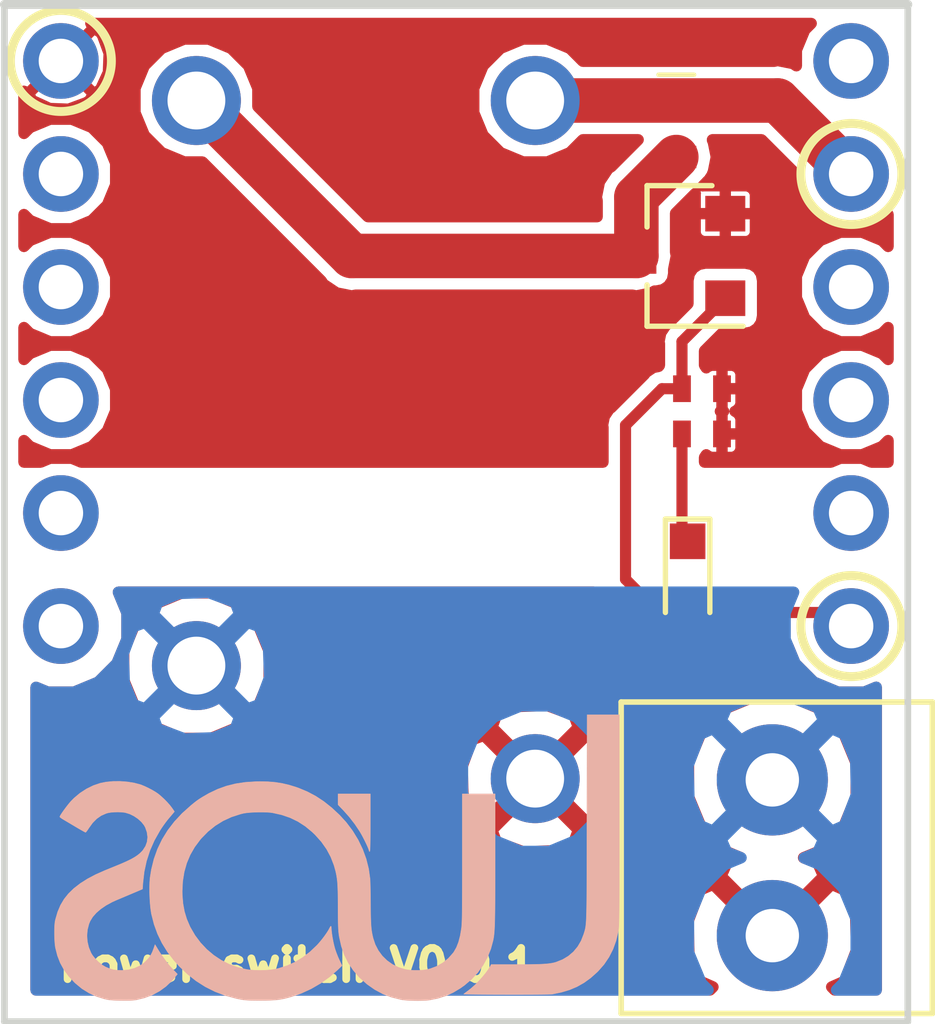
<source format=kicad_pcb>
(kicad_pcb (version 20171130) (host pcbnew "(5.0.1-3-g963ef8bb5)")

  (general
    (thickness 1.6)
    (drawings 8)
    (tracks 17)
    (zones 0)
    (modules 9)
    (nets 17)
  )

  (page A4)
  (layers
    (0 F.Cu signal)
    (31 B.Cu signal)
    (32 B.Adhes user hide)
    (33 F.Adhes user hide)
    (34 B.Paste user hide)
    (35 F.Paste user hide)
    (36 B.SilkS user)
    (37 F.SilkS user)
    (38 B.Mask user hide)
    (39 F.Mask user hide)
    (40 Dwgs.User user hide)
    (41 Cmts.User user hide)
    (42 Eco1.User user hide)
    (43 Eco2.User user hide)
    (44 Edge.Cuts user)
    (45 Margin user hide)
    (46 B.CrtYd user)
    (47 F.CrtYd user)
    (48 B.Fab user)
    (49 F.Fab user)
  )

  (setup
    (last_trace_width 0.25)
    (user_trace_width 1)
    (trace_clearance 0.2)
    (zone_clearance 0.254)
    (zone_45_only no)
    (trace_min 0.2)
    (segment_width 0.2)
    (edge_width 0.15)
    (via_size 0.8)
    (via_drill 0.4)
    (via_min_size 0.4)
    (via_min_drill 0.3)
    (uvia_size 0.3)
    (uvia_drill 0.1)
    (uvias_allowed no)
    (uvia_min_size 0.2)
    (uvia_min_drill 0.1)
    (pcb_text_width 0.3)
    (pcb_text_size 1.5 1.5)
    (mod_edge_width 0.15)
    (mod_text_size 1 1)
    (mod_text_width 0.15)
    (pad_size 1.524 1.524)
    (pad_drill 0.762)
    (pad_to_mask_clearance 0.2)
    (solder_mask_min_width 0.25)
    (aux_axis_origin 0 0)
    (grid_origin 136.962501 65.725001)
    (visible_elements FFFFFF7F)
    (pcbplotparams
      (layerselection 0x3d0ef_ffffffff)
      (usegerberextensions false)
      (usegerberattributes false)
      (usegerberadvancedattributes false)
      (creategerberjobfile false)
      (excludeedgelayer true)
      (linewidth 0.100000)
      (plotframeref false)
      (viasonmask false)
      (mode 1)
      (useauxorigin false)
      (hpglpennumber 1)
      (hpglpenspeed 20)
      (hpglpendiameter 15.000000)
      (psnegative false)
      (psa4output false)
      (plotreference true)
      (plotvalue true)
      (plotinvisibletext false)
      (padsonsilk false)
      (subtractmaskfromsilk false)
      (outputformat 1)
      (mirror false)
      (drillshape 0)
      (scaleselection 1)
      (outputdirectory "gerber/"))
  )

  (net 0 "")
  (net 1 "Net-(J1-Pad8)")
  (net 2 "Net-(J1-Pad11)")
  (net 3 "Net-(J1-Pad9)")
  (net 4 GND)
  (net 5 VCC)
  (net 6 +3V3)
  (net 7 "Net-(J1-Pad2)")
  (net 8 "Net-(J1-Pad3)")
  (net 9 "Net-(J1-Pad4)")
  (net 10 "Net-(D1-Pad1)")
  (net 11 "Net-(J1-Pad10)")
  (net 12 "Net-(J1-Pad12)")
  (net 13 "Net-(D1-Pad2)")
  (net 14 /-)
  (net 15 /+)
  (net 16 "Net-(D2-Pad2)")

  (net_class Default "Ceci est la Netclass par défaut."
    (clearance 0.2)
    (trace_width 0.25)
    (via_dia 0.8)
    (via_drill 0.4)
    (uvia_dia 0.3)
    (uvia_drill 0.1)
    (add_net +3V3)
    (add_net /+)
    (add_net /-)
    (add_net GND)
    (add_net "Net-(D1-Pad1)")
    (add_net "Net-(D1-Pad2)")
    (add_net "Net-(D2-Pad2)")
    (add_net "Net-(J1-Pad10)")
    (add_net "Net-(J1-Pad11)")
    (add_net "Net-(J1-Pad12)")
    (add_net "Net-(J1-Pad2)")
    (add_net "Net-(J1-Pad3)")
    (add_net "Net-(J1-Pad4)")
    (add_net "Net-(J1-Pad8)")
    (add_net "Net-(J1-Pad9)")
    (add_net VCC)
  )

  (net_class power ""
    (clearance 0.8)
    (trace_width 1)
    (via_dia 2.4)
    (via_drill 1.6)
    (uvia_dia 1.2)
    (uvia_drill 0.4)
    (diff_pair_gap 1)
    (diff_pair_width 0.8)
  )

  (module Common_Footprint:l0_Shield_Socket locked (layer F.Cu) (tedit 5E8B8D31) (tstamp 5A872E3F)
    (at 145.850001 72.075001)
    (path /5A86D26A)
    (fp_text reference J1 (at 0 0.5) (layer F.SilkS) hide
      (effects (font (size 1 1) (thickness 0.15)))
    )
    (fp_text value l0_Socket (at 0 -0.5) (layer F.Fab) hide
      (effects (font (size 1 1) (thickness 0.15)))
    )
    (pad 5 thru_hole circle (at 8.8875 -3.81 270) (size 1.7 1.7) (drill 1) (layers *.Cu *.Mask)
      (net 6 +3V3))
    (pad 6 thru_hole circle (at 8.8875 -6.35 270) (size 1.7 1.7) (drill 1) (layers *.Cu *.Mask)
      (net 5 VCC))
    (pad 2 thru_hole circle (at 8.8875 3.81 270) (size 1.7 1.7) (drill 1) (layers *.Cu *.Mask)
      (net 7 "Net-(J1-Pad2)"))
    (pad 4 thru_hole circle (at 8.8875 -1.27 270) (size 1.7 1.7) (drill 1) (layers *.Cu *.Mask)
      (net 9 "Net-(J1-Pad4)"))
    (pad 1 thru_hole circle (at 8.8875 6.35 270) (size 1.7 1.7) (drill 1) (layers *.Cu *.Mask)
      (net 10 "Net-(D1-Pad1)"))
    (pad 7 thru_hole circle (at -8.8875 -6.35 270) (size 1.7 1.7) (drill 1) (layers *.Cu *.Mask)
      (net 4 GND))
    (pad 11 thru_hole circle (at -8.8875 3.81 270) (size 1.7 1.7) (drill 1) (layers *.Cu *.Mask)
      (net 2 "Net-(J1-Pad11)"))
    (pad 9 thru_hole circle (at -8.8875 -1.27 270) (size 1.7 1.7) (drill 1) (layers *.Cu *.Mask)
      (net 3 "Net-(J1-Pad9)"))
    (pad 3 thru_hole circle (at 8.8875 1.27 270) (size 1.7 1.7) (drill 1) (layers *.Cu *.Mask)
      (net 8 "Net-(J1-Pad3)"))
    (pad 10 thru_hole circle (at -8.8875 1.27 270) (size 1.7 1.7) (drill 1) (layers *.Cu *.Mask)
      (net 11 "Net-(J1-Pad10)"))
    (pad 12 thru_hole circle (at -8.8875 6.35 270) (size 1.7 1.7) (drill 1) (layers *.Cu *.Mask)
      (net 12 "Net-(J1-Pad12)"))
    (pad 8 thru_hole circle (at -8.8875 -3.81 270) (size 1.7 1.7) (drill 1) (layers *.Cu *.Mask)
      (net 1 "Net-(J1-Pad8)"))
  )

  (module Common_Footprint:D_0603 (layer F.Cu) (tedit 5BEAADEE) (tstamp 5BEAEB92)
    (at 150.805501 67.134001 270)
    (descr "Resistor SMD 0603, reflow soldering, Vishay (see dcrcw.pdf)")
    (tags "resistor 0603")
    (path /5BEAAFFD)
    (attr smd)
    (fp_text reference D2 (at 0 -1.45 270) (layer F.SilkS) hide
      (effects (font (size 1 1) (thickness 0.15)))
    )
    (fp_text value D_Schottky (at 0 1.5 270) (layer F.Fab) hide
      (effects (font (size 1 1) (thickness 0.15)))
    )
    (fp_line (start -1.1 -0.4) (end -1.1 0.4) (layer F.SilkS) (width 0.1))
    (fp_line (start 1.25 0.7) (end -1.25 0.7) (layer F.CrtYd) (width 0.05))
    (fp_line (start 1.25 0.7) (end 1.25 -0.7) (layer F.CrtYd) (width 0.05))
    (fp_line (start -1.25 -0.7) (end -1.25 0.7) (layer F.CrtYd) (width 0.05))
    (fp_line (start -1.25 -0.7) (end 1.25 -0.7) (layer F.CrtYd) (width 0.05))
    (fp_line (start -0.8 -0.4) (end 0.8 -0.4) (layer F.Fab) (width 0.1))
    (fp_line (start 0.8 -0.4) (end 0.8 0.4) (layer F.Fab) (width 0.1))
    (fp_line (start 0.8 0.4) (end -0.8 0.4) (layer F.Fab) (width 0.1))
    (fp_line (start -0.8 0.4) (end -0.8 -0.4) (layer F.Fab) (width 0.1))
    (fp_text user %R (at 0 0 270) (layer F.Fab)
      (effects (font (size 0.4 0.4) (thickness 0.075)))
    )
    (pad 2 smd rect (at 0.75 0 270) (size 0.5 0.9) (layers F.Cu F.Paste F.Mask)
      (net 16 "Net-(D2-Pad2)"))
    (pad 1 smd rect (at -0.75 0 270) (size 0.5 0.9) (layers F.Cu F.Paste F.Mask)
      (net 6 +3V3))
    (model ${KISYS3DMOD}/0603_SMD_Resistor.step
      (at (xyz 0 0 0))
      (scale (xyz 1 1 1))
      (rotate (xyz 0 0 0))
    )
  )

  (module Common_Footprint:1776275-2 (layer F.Cu) (tedit 5B589473) (tstamp 5BEAA1BF)
    (at 152.964501 83.632001 90)
    (path /5BEA982D)
    (fp_text reference J2 (at 0 2 90) (layer F.SilkS) hide
      (effects (font (size 1 1) (thickness 0.15)))
    )
    (fp_text value Screw_Terminal_01x02-Connector_Specialized (at 0.2 -4.4 90) (layer F.Fab) hide
      (effects (font (size 1 1) (thickness 0.15)))
    )
    (fp_line (start -3.5 3.6) (end 3.5 3.6) (layer F.SilkS) (width 0.125))
    (fp_line (start 3.5 3.6) (end 3.5 -3.4) (layer F.SilkS) (width 0.125))
    (fp_line (start 3.5 -3.4) (end -3.5 -3.4) (layer F.SilkS) (width 0.125))
    (fp_line (start -3.5 -3.4) (end -3.5 3.6) (layer F.SilkS) (width 0.125))
    (pad 1 thru_hole circle (at -1.75 0 90) (size 2.5 2.5) (drill 1.2) (layers *.Cu *.Mask)
      (net 15 /+))
    (pad 2 thru_hole circle (at 1.75 0 270) (size 2.5 2.5) (drill 1.2) (layers *.Cu *.Mask)
      (net 14 /-))
    (model ${KISYS3DMOD}/c-1776275-2-a-3d.step
      (at (xyz 0 0 0))
      (scale (xyz 1 1 1))
      (rotate (xyz 0 0 0))
    )
  )

  (module Common_Footprint:LED_0603 (layer F.Cu) (tedit 5C6D3D4B) (tstamp 5BEAA1B5)
    (at 151.059501 77.320001 270)
    (descr "LED 0603 smd package")
    (tags "LED led 0603 SMD smd SMT smt smdled SMDLED smtled SMTLED")
    (path /5BEADE9F)
    (attr smd)
    (fp_text reference D1 (at 2.4765 -0.0635 270) (layer F.Fab) hide
      (effects (font (size 1 1) (thickness 0.15)))
    )
    (fp_text value LED (at 0 1.35 270) (layer F.Fab)
      (effects (font (size 1 1) (thickness 0.15)))
    )
    (fp_line (start -1.3 -0.5) (end -1.3 0.5) (layer F.SilkS) (width 0.12))
    (fp_line (start -0.2 -0.2) (end -0.2 0.2) (layer F.Fab) (width 0.1))
    (fp_line (start -0.15 0) (end 0.15 -0.2) (layer F.Fab) (width 0.1))
    (fp_line (start 0.15 0.2) (end -0.15 0) (layer F.Fab) (width 0.1))
    (fp_line (start 0.15 -0.2) (end 0.15 0.2) (layer F.Fab) (width 0.1))
    (fp_line (start 0.8 0.4) (end -0.8 0.4) (layer F.Fab) (width 0.1))
    (fp_line (start 0.8 -0.4) (end 0.8 0.4) (layer F.Fab) (width 0.1))
    (fp_line (start -0.8 -0.4) (end 0.8 -0.4) (layer F.Fab) (width 0.1))
    (fp_line (start -0.8 0.4) (end -0.8 -0.4) (layer F.Fab) (width 0.1))
    (fp_line (start -1.3 0.5) (end 0.8 0.5) (layer F.SilkS) (width 0.12))
    (fp_line (start -1.3 -0.5) (end 0.8 -0.5) (layer F.SilkS) (width 0.12))
    (fp_line (start 1.45 -0.65) (end 1.45 0.65) (layer F.CrtYd) (width 0.05))
    (fp_line (start 1.45 0.65) (end -1.45 0.65) (layer F.CrtYd) (width 0.05))
    (fp_line (start -1.45 0.65) (end -1.45 -0.65) (layer F.CrtYd) (width 0.05))
    (fp_line (start -1.45 -0.65) (end 1.45 -0.65) (layer F.CrtYd) (width 0.05))
    (pad 2 smd rect (at 0.8 0 90) (size 0.8 0.8) (layers F.Cu F.Paste F.Mask)
      (net 13 "Net-(D1-Pad2)"))
    (pad 1 smd rect (at -0.8 0 90) (size 0.8 0.8) (layers F.Cu F.Paste F.Mask)
      (net 10 "Net-(D1-Pad1)"))
    (model "${KISYS3DMOD}/LED SMD0603.step"
      (offset (xyz 0.6 0 0))
      (scale (xyz 1 1 1))
      (rotate (xyz 0 0 90))
    )
  )

  (module Common_Footprint:OJE-SS-103HM,000 (layer F.Cu) (tedit 5BE9CCE8) (tstamp 5BEAA192)
    (at 140.010501 66.614001 270)
    (path /5BEA3053)
    (fp_text reference U1 (at 7.62 -3.81 270) (layer F.Fab)
      (effects (font (size 1 1) (thickness 0.15)))
    )
    (fp_text value RelayNO (at 7.62 -9.525 270) (layer F.Fab) hide
      (effects (font (size 1 1) (thickness 0.15)))
    )
    (fp_line (start -1.27 -8.89) (end -1.27 1.27) (layer F.Fab) (width 0.1))
    (fp_line (start 17.145 -8.89) (end -1.27 -8.89) (layer F.Fab) (width 0.1))
    (fp_line (start 17.145 1.27) (end 17.145 -8.89) (layer F.Fab) (width 0.1))
    (fp_line (start -1.27 1.27) (end 17.145 1.27) (layer F.Fab) (width 0.1))
    (fp_line (start -1.27 -8.89) (end -1.27 1.27) (layer F.CrtYd) (width 0.1))
    (fp_line (start 17.145 -8.89) (end -1.27 -8.89) (layer F.CrtYd) (width 0.1))
    (fp_line (start 17.145 1.27) (end 17.145 -8.89) (layer F.CrtYd) (width 0.1))
    (fp_line (start -1.27 1.27) (end 17.145 1.27) (layer F.CrtYd) (width 0.1))
    (pad 4 thru_hole circle (at 0 -7.62 270) (size 2 2) (drill 1.3) (layers *.Cu *.Mask)
      (net 6 +3V3))
    (pad 3 thru_hole circle (at 15.24 -7.62 270) (size 2 2) (drill 1.3) (layers *.Cu *.Mask)
      (net 15 /+))
    (pad 2 thru_hole circle (at 12.7 0 270) (size 2 2) (drill 1.3) (layers *.Cu *.Mask)
      (net 14 /-))
    (pad 1 thru_hole circle (at 0 0 270) (size 2 2) (drill 1.3) (layers *.Cu *.Mask)
      (net 16 "Net-(D2-Pad2)"))
    (model ${KISYS3DMOD}/OJE-SS-103HM.stp
      (offset (xyz 7.8 3.75 0.2))
      (scale (xyz 1 1 1))
      (rotate (xyz 180 0 0))
    )
  )

  (module Common_Footprint:R_0402_NoSilk (layer F.Cu) (tedit 5E8B6747) (tstamp 5BEAA7FA)
    (at 151.382501 73.091001)
    (descr "Resistor SMD 0402, reflow soldering, Vishay (see dcrcw.pdf)")
    (tags "resistor 0402")
    (path /5BEA5FA1)
    (attr smd)
    (fp_text reference R2 (at 0 -1.2) (layer F.Fab) hide
      (effects (font (size 0.5 0.5) (thickness 0.125)))
    )
    (fp_text value 10K (at 0 1.25) (layer F.Fab) hide
      (effects (font (size 1 1) (thickness 0.15)))
    )
    (fp_line (start 0.8 0.45) (end -0.8 0.45) (layer F.CrtYd) (width 0.05))
    (fp_line (start 0.8 0.45) (end 0.8 -0.45) (layer F.CrtYd) (width 0.05))
    (fp_line (start -0.8 -0.45) (end -0.8 0.45) (layer F.CrtYd) (width 0.05))
    (fp_line (start -0.8 -0.45) (end 0.8 -0.45) (layer F.CrtYd) (width 0.05))
    (fp_line (start -0.5 -0.25) (end 0.5 -0.25) (layer F.Fab) (width 0.1))
    (fp_line (start 0.5 -0.25) (end 0.5 0.25) (layer F.Fab) (width 0.1))
    (fp_line (start 0.5 0.25) (end -0.5 0.25) (layer F.Fab) (width 0.1))
    (fp_line (start -0.5 0.25) (end -0.5 -0.25) (layer F.Fab) (width 0.1))
    (pad 2 smd rect (at 0.45 0) (size 0.4 0.6) (layers F.Cu F.Paste F.Mask)
      (net 4 GND))
    (pad 1 smd rect (at -0.45 0) (size 0.4 0.6) (layers F.Cu F.Paste F.Mask)
      (net 10 "Net-(D1-Pad1)"))
    (model "${KISYS3DMOD}/0402 SMD Resistor.step"
      (at (xyz 0 0 0))
      (scale (xyz 1 1 1))
      (rotate (xyz 0 0 90))
    )
  )

  (module Common_Footprint:R_0402_NoSilk (layer F.Cu) (tedit 5E8B6747) (tstamp 5ABD2654)
    (at 151.382501 74.107001)
    (descr "Resistor SMD 0402, reflow soldering, Vishay (see dcrcw.pdf)")
    (tags "resistor 0402")
    (path /5BEAE1F5)
    (attr smd)
    (fp_text reference R1 (at 2.001238 0.238176) (layer F.Fab) hide
      (effects (font (size 1 1) (thickness 0.15)))
    )
    (fp_text value 82R (at 0 1.25) (layer F.Fab) hide
      (effects (font (size 1 1) (thickness 0.15)))
    )
    (fp_line (start 0.8 0.45) (end -0.8 0.45) (layer F.CrtYd) (width 0.05))
    (fp_line (start 0.8 0.45) (end 0.8 -0.45) (layer F.CrtYd) (width 0.05))
    (fp_line (start -0.8 -0.45) (end -0.8 0.45) (layer F.CrtYd) (width 0.05))
    (fp_line (start -0.8 -0.45) (end 0.8 -0.45) (layer F.CrtYd) (width 0.05))
    (fp_line (start -0.5 -0.25) (end 0.5 -0.25) (layer F.Fab) (width 0.1))
    (fp_line (start 0.5 -0.25) (end 0.5 0.25) (layer F.Fab) (width 0.1))
    (fp_line (start 0.5 0.25) (end -0.5 0.25) (layer F.Fab) (width 0.1))
    (fp_line (start -0.5 0.25) (end -0.5 -0.25) (layer F.Fab) (width 0.1))
    (pad 2 smd rect (at 0.45 0) (size 0.4 0.6) (layers F.Cu F.Paste F.Mask)
      (net 4 GND))
    (pad 1 smd rect (at -0.45 0) (size 0.4 0.6) (layers F.Cu F.Paste F.Mask)
      (net 13 "Net-(D1-Pad2)"))
    (model "${KISYS3DMOD}/0402 SMD Resistor.step"
      (at (xyz 0 0 0))
      (scale (xyz 1 1 1))
      (rotate (xyz 0 0 90))
    )
  )

  (module Common_Footprint:SOT-23 (layer F.Cu) (tedit 5AB3C0F4) (tstamp 5BEAAFED)
    (at 151.186501 70.297001 180)
    (path /5ABD1C92)
    (fp_text reference Q1 (at -0.127 0.127 180) (layer F.SilkS) hide
      (effects (font (size 1 1) (thickness 0.15)))
    )
    (fp_text value PMV25ENEA (at 0.1 -3.6 180) (layer F.Fab) hide
      (effects (font (size 1 1) (thickness 0.15)))
    )
    (fp_line (start -0.42 -0.76) (end -0.42 1.69) (layer F.Fab) (width 0.1))
    (fp_line (start 0.13 -1.33) (end 0.98 -1.33) (layer F.Fab) (width 0.1))
    (fp_line (start 1.04 1.77) (end -0.42 1.77) (layer F.SilkS) (width 0.12))
    (fp_line (start 1.04 -1.39) (end -1.12 -1.39) (layer F.SilkS) (width 0.12))
    (fp_line (start -1.42 1.94) (end -1.42 -1.56) (layer F.CrtYd) (width 0.05))
    (fp_line (start 1.98 1.94) (end -1.42 1.94) (layer F.CrtYd) (width 0.05))
    (fp_line (start 1.98 -1.56) (end 1.98 1.94) (layer F.CrtYd) (width 0.05))
    (fp_line (start -1.42 -1.56) (end 1.98 -1.56) (layer F.CrtYd) (width 0.05))
    (fp_line (start 1.04 -1.39) (end 1.04 -0.46) (layer F.SilkS) (width 0.12))
    (fp_line (start 1.04 1.77) (end 1.04 0.84) (layer F.SilkS) (width 0.12))
    (fp_line (start -0.42 1.71) (end 0.98 1.71) (layer F.Fab) (width 0.1))
    (fp_line (start 0.98 -1.33) (end 0.98 1.71) (layer F.Fab) (width 0.1))
    (fp_line (start -0.42 -0.76) (end 0.13 -1.33) (layer F.Fab) (width 0.1))
    (fp_text user %R (at 0.28 0.19 -90) (layer F.Fab)
      (effects (font (size 0.5 0.5) (thickness 0.075)))
    )
    (pad 3 smd rect (at 1.28 0.19 180) (size 0.9 0.8) (layers F.Cu F.Paste F.Mask)
      (net 16 "Net-(D2-Pad2)"))
    (pad 2 smd rect (at -0.72 1.14 180) (size 0.9 0.8) (layers F.Cu F.Paste F.Mask)
      (net 4 GND))
    (pad 1 smd rect (at -0.72 -0.76 180) (size 0.9 0.8) (layers F.Cu F.Paste F.Mask)
      (net 10 "Net-(D1-Pad1)"))
    (model ${KISYS3DMOD}/SOT-23.step
      (offset (xyz 0.25 -0.15 0.5))
      (scale (xyz 1 1 1))
      (rotate (xyz -90 0 -90))
    )
  )

  (module Common_Footprint:Luos_logo (layer B.Cu) (tedit 5B9B947A) (tstamp 5BEAED96)
    (at 142.804501 83.632001 180)
    (fp_text reference "" (at 0 0 180) (layer B.SilkS) hide
      (effects (font (size 1.524 1.524) (thickness 0.3)) (justify mirror))
    )
    (fp_text value "" (at 0.75 0 180) (layer B.SilkS) hide
      (effects (font (size 1.524 1.524) (thickness 0.3)) (justify mirror))
    )
    (fp_poly (pts (xy -0.3937 1.190556) (xy -0.515682 1.063469) (xy -0.646801 0.916102) (xy -0.770563 0.756235)
      (xy -0.87912 0.59407) (xy -0.888375 0.578885) (xy -0.921354 0.521666) (xy -0.957124 0.455255)
      (xy -0.993092 0.384963) (xy -1.02666 0.316101) (xy -1.055232 0.253981) (xy -1.076213 0.203913)
      (xy -1.086417 0.173716) (xy -1.093033 0.150862) (xy -1.098683 0.139971) (xy -1.103436 0.142406)
      (xy -1.107363 0.159532) (xy -1.110533 0.192712) (xy -1.113017 0.24331) (xy -1.114885 0.31269)
      (xy -1.116207 0.402215) (xy -1.117053 0.51325) (xy -1.117493 0.647157) (xy -1.1176 0.780301)
      (xy -1.1176 1.4351) (xy -0.3937 1.4351) (xy -0.3937 1.190556)) (layer B.SilkS) (width 0.01))
    (fp_poly (pts (xy -5.991204 0.904876) (xy -5.990731 0.615337) (xy -5.9903 0.350043) (xy -5.989877 0.107834)
      (xy -5.989431 -0.112445) (xy -5.988928 -0.311951) (xy -5.988338 -0.491841) (xy -5.987626 -0.653272)
      (xy -5.986761 -0.7974) (xy -5.985711 -0.925383) (xy -5.984442 -1.038377) (xy -5.982922 -1.137538)
      (xy -5.98112 -1.224025) (xy -5.979002 -1.298992) (xy -5.976535 -1.363598) (xy -5.973689 -1.418998)
      (xy -5.97043 -1.466351) (xy -5.966725 -1.506811) (xy -5.962543 -1.541537) (xy -5.95785 -1.571685)
      (xy -5.952615 -1.598412) (xy -5.946805 -1.622874) (xy -5.940387 -1.646229) (xy -5.93333 -1.669632)
      (xy -5.9256 -1.694242) (xy -5.917597 -1.719815) (xy -5.859637 -1.867488) (xy -5.782368 -1.999008)
      (xy -5.686658 -2.113504) (xy -5.573373 -2.210104) (xy -5.44338 -2.287936) (xy -5.297547 -2.34613)
      (xy -5.293005 -2.347542) (xy -5.249811 -2.359463) (xy -5.202224 -2.369539) (xy -5.147894 -2.377909)
      (xy -5.084469 -2.384711) (xy -5.0096 -2.390081) (xy -4.920934 -2.394159) (xy -4.816123 -2.397082)
      (xy -4.692815 -2.398988) (xy -4.548659 -2.400014) (xy -4.393181 -2.4003) (xy -3.836053 -2.4003)
      (xy -3.81589 -2.43929) (xy -3.772216 -2.511725) (xy -3.712167 -2.594145) (xy -3.640042 -2.68178)
      (xy -3.560141 -2.769859) (xy -3.476761 -2.853612) (xy -3.394203 -2.928267) (xy -3.3274 -2.981364)
      (xy -3.284256 -3.013269) (xy -3.248433 -3.040174) (xy -3.225235 -3.058079) (xy -3.220085 -3.062352)
      (xy -3.23077 -3.063788) (xy -3.264532 -3.065114) (xy -3.319047 -3.066327) (xy -3.391992 -3.067424)
      (xy -3.481045 -3.068401) (xy -3.583882 -3.069257) (xy -3.69818 -3.069988) (xy -3.821615 -3.070591)
      (xy -3.951866 -3.071063) (xy -4.086608 -3.071402) (xy -4.223518 -3.071604) (xy -4.360274 -3.071666)
      (xy -4.494551 -3.071586) (xy -4.624028 -3.071361) (xy -4.746381 -3.070988) (xy -4.859287 -3.070463)
      (xy -4.960422 -3.069784) (xy -5.047464 -3.068949) (xy -5.118089 -3.067953) (xy -5.169974 -3.066794)
      (xy -5.200797 -3.06547) (xy -5.207 -3.064848) (xy -5.41071 -3.023882) (xy -5.59588 -2.96851)
      (xy -5.765992 -2.89699) (xy -5.924524 -2.80758) (xy -6.074956 -2.698539) (xy -6.220767 -2.568125)
      (xy -6.24269 -2.546376) (xy -6.375093 -2.395596) (xy -6.486748 -2.230445) (xy -6.577229 -2.051785)
      (xy -6.646111 -1.860483) (xy -6.692969 -1.657401) (xy -6.699093 -1.61925) (xy -6.701461 -1.600838)
      (xy -6.703629 -1.577792) (xy -6.705606 -1.549016) (xy -6.707402 -1.513413) (xy -6.709023 -1.469887)
      (xy -6.710479 -1.41734) (xy -6.711777 -1.354677) (xy -6.712928 -1.280801) (xy -6.713938 -1.194615)
      (xy -6.714817 -1.095023) (xy -6.715572 -0.980928) (xy -6.716213 -0.851234) (xy -6.716747 -0.704844)
      (xy -6.717184 -0.540662) (xy -6.717532 -0.35759) (xy -6.717799 -0.154533) (xy -6.717993 0.069606)
      (xy -6.718123 0.315924) (xy -6.718198 0.585517) (xy -6.718226 0.860425) (xy -6.7183 3.2131)
      (xy -6.356679 3.213101) (xy -5.995058 3.213101) (xy -5.991204 0.904876)) (layer B.SilkS) (width 0.01))
    (fp_poly (pts (xy 4.671245 1.716286) (xy 4.823697 1.701936) (xy 4.955046 1.675878) (xy 5.112537 1.622409)
      (xy 5.266868 1.546597) (xy 5.413163 1.451438) (xy 5.546547 1.339932) (xy 5.615056 1.270067)
      (xy 5.653045 1.226104) (xy 5.695097 1.17391) (xy 5.738239 1.117611) (xy 5.7795 1.061334)
      (xy 5.815906 1.009204) (xy 5.844485 0.965348) (xy 5.862265 0.93389) (xy 5.866726 0.92075)
      (xy 5.856588 0.908041) (xy 5.830301 0.88788) (xy 5.800364 0.868778) (xy 5.768377 0.849826)
      (xy 5.719293 0.820733) (xy 5.657863 0.784315) (xy 5.588838 0.74339) (xy 5.516969 0.700773)
      (xy 5.516514 0.700503) (xy 5.449397 0.661045) (xy 5.389467 0.626462) (xy 5.34023 0.598725)
      (xy 5.305191 0.579804) (xy 5.287857 0.571669) (xy 5.286956 0.5715) (xy 5.275309 0.581556)
      (xy 5.254145 0.608503) (xy 5.227112 0.647511) (xy 5.212601 0.669925) (xy 5.128756 0.785387)
      (xy 5.037832 0.877313) (xy 4.938221 0.94697) (xy 4.828315 0.995625) (xy 4.782056 1.009248)
      (xy 4.720744 1.020019) (xy 4.643528 1.026383) (xy 4.559545 1.028212) (xy 4.477928 1.025377)
      (xy 4.407812 1.017748) (xy 4.39165 1.014769) (xy 4.294386 0.984959) (xy 4.198458 0.937921)
      (xy 4.109059 0.877498) (xy 4.031379 0.807536) (xy 3.970613 0.731879) (xy 3.943231 0.682759)
      (xy 3.904798 0.572381) (xy 3.891098 0.464412) (xy 3.901941 0.360296) (xy 3.937136 0.261481)
      (xy 3.996492 0.169411) (xy 4.013614 0.149261) (xy 4.0612 0.101257) (xy 4.117082 0.055759)
      (xy 4.184113 0.011126) (xy 4.265145 -0.034282) (xy 4.36303 -0.082106) (xy 4.480622 -0.133987)
      (xy 4.572 -0.171893) (xy 4.641943 -0.200358) (xy 4.723397 -0.233525) (xy 4.804352 -0.266504)
      (xy 4.8514 -0.285678) (xy 5.058641 -0.37737) (xy 5.242493 -0.47413) (xy 5.40463 -0.576927)
      (xy 5.546731 -0.686731) (xy 5.5499 -0.689451) (xy 5.669809 -0.805263) (xy 5.769304 -0.929722)
      (xy 5.850242 -1.06604) (xy 5.914485 -1.217429) (xy 5.96389 -1.387102) (xy 5.970518 -1.41605)
      (xy 5.978953 -1.472427) (xy 5.984471 -1.547731) (xy 5.987133 -1.635662) (xy 5.986999 -1.729922)
      (xy 5.984132 -1.824212) (xy 5.978593 -1.912233) (xy 5.970442 -1.987686) (xy 5.964624 -2.022791)
      (xy 5.919574 -2.200074) (xy 5.856386 -2.362985) (xy 5.773341 -2.514572) (xy 5.668717 -2.657879)
      (xy 5.540795 -2.795955) (xy 5.513308 -2.822232) (xy 5.366675 -2.942665) (xy 5.205829 -3.04208)
      (xy 5.030995 -3.120354) (xy 4.87045 -3.170456) (xy 4.821158 -3.182294) (xy 4.775533 -3.191103)
      (xy 4.728014 -3.197433) (xy 4.673038 -3.201834) (xy 4.605042 -3.204855) (xy 4.518463 -3.207047)
      (xy 4.4958 -3.207483) (xy 4.374712 -3.208484) (xy 4.276921 -3.206505) (xy 4.200488 -3.201477)
      (xy 4.1529 -3.19512) (xy 3.961898 -3.149359) (xy 3.784933 -3.082602) (xy 3.622294 -2.995015)
      (xy 3.474274 -2.886765) (xy 3.341162 -2.758018) (xy 3.295373 -2.704761) (xy 3.222545 -2.615744)
      (xy 3.290532 -2.542947) (xy 3.323603 -2.507737) (xy 3.349936 -2.480074) (xy 3.364774 -2.464945)
      (xy 3.366017 -2.4638) (xy 3.387812 -2.440998) (xy 3.420322 -2.401568) (xy 3.460207 -2.350036)
      (xy 3.504129 -2.290933) (xy 3.548749 -2.228786) (xy 3.590728 -2.168123) (xy 3.626726 -2.113474)
      (xy 3.639894 -2.092362) (xy 3.725227 -1.952354) (xy 3.75273 -2.033452) (xy 3.781857 -2.111479)
      (xy 3.812366 -2.174302) (xy 3.849427 -2.231833) (xy 3.871308 -2.260793) (xy 3.960967 -2.354901)
      (xy 4.06643 -2.429646) (xy 4.186401 -2.484449) (xy 4.319587 -2.518728) (xy 4.46469 -2.531905)
      (xy 4.47675 -2.53203) (xy 4.577046 -2.528831) (xy 4.662982 -2.516761) (xy 4.744699 -2.493642)
      (xy 4.83234 -2.457297) (xy 4.8387 -2.454323) (xy 4.916205 -2.408484) (xy 4.995414 -2.345336)
      (xy 5.069483 -2.27149) (xy 5.131564 -2.193554) (xy 5.164305 -2.13995) (xy 5.215916 -2.01593)
      (xy 5.246664 -1.884104) (xy 5.25641 -1.749164) (xy 5.245016 -1.615804) (xy 5.212344 -1.488718)
      (xy 5.185386 -1.423471) (xy 5.128301 -1.329959) (xy 5.048062 -1.238544) (xy 4.946916 -1.15103)
      (xy 4.827108 -1.069219) (xy 4.690883 -0.994913) (xy 4.600564 -0.953991) (xy 4.548193 -0.931922)
      (xy 4.478864 -0.902663) (xy 4.399004 -0.868928) (xy 4.315044 -0.833434) (xy 4.2418 -0.802446)
      (xy 4.00685 -0.703005) (xy 3.997749 -0.567599) (xy 3.968789 -0.31509) (xy 3.916301 -0.071787)
      (xy 3.839976 0.163226) (xy 3.739505 0.390869) (xy 3.614579 0.612057) (xy 3.583482 0.6604)
      (xy 3.541028 0.722616) (xy 3.494462 0.78711) (xy 3.4501 0.845309) (xy 3.421112 0.880793)
      (xy 3.383678 0.924588) (xy 3.349153 0.965248) (xy 3.323388 0.995874) (xy 3.317731 1.002693)
      (xy 3.289013 1.037551) (xy 3.33985 1.112501) (xy 3.38862 1.176502) (xy 3.452109 1.24829)
      (xy 3.524011 1.321402) (xy 3.598018 1.389377) (xy 3.6576 1.438084) (xy 3.71524 1.47724)
      (xy 3.789037 1.520521) (xy 3.871104 1.563852) (xy 3.953558 1.603159) (xy 4.028514 1.634369)
      (xy 4.056994 1.644455) (xy 4.197005 1.6813) (xy 4.350791 1.70572) (xy 4.51124 1.717465)
      (xy 4.671245 1.716286)) (layer B.SilkS) (width 0.01))
    (fp_poly (pts (xy 1.459355 1.710961) (xy 1.693227 1.695943) (xy 1.91159 1.663242) (xy 2.118146 1.611787)
      (xy 2.3166 1.540508) (xy 2.510655 1.448334) (xy 2.654424 1.365535) (xy 2.706714 1.332845)
      (xy 2.749014 1.305101) (xy 2.787654 1.27769) (xy 2.828963 1.245999) (xy 2.879273 1.205418)
      (xy 2.918909 1.172821) (xy 3.115553 0.996369) (xy 3.288496 0.811037) (xy 3.438005 0.616352)
      (xy 3.564346 0.411844) (xy 3.667788 0.19704) (xy 3.748595 -0.028532) (xy 3.807036 -0.265343)
      (xy 3.836164 -0.449105) (xy 3.844282 -0.544875) (xy 3.84792 -0.658059) (xy 3.847346 -0.781856)
      (xy 3.842829 -0.909462) (xy 3.834637 -1.034076) (xy 3.823038 -1.148893) (xy 3.8083 -1.247113)
      (xy 3.803797 -1.27) (xy 3.745137 -1.497981) (xy 3.667018 -1.712584) (xy 3.568212 -1.916106)
      (xy 3.447492 -2.110844) (xy 3.303632 -2.299095) (xy 3.18103 -2.43613) (xy 2.996877 -2.612792)
      (xy 2.801743 -2.766727) (xy 2.594892 -2.898339) (xy 2.375587 -3.008033) (xy 2.143091 -3.096212)
      (xy 1.896667 -3.163281) (xy 1.8288 -3.177594) (xy 1.77976 -3.186821) (xy 1.734336 -3.193886)
      (xy 1.687988 -3.19907) (xy 1.636179 -3.202654) (xy 1.574371 -3.204918) (xy 1.498024 -3.206143)
      (xy 1.402602 -3.206608) (xy 1.3589 -3.206645) (xy 1.232376 -3.205922) (xy 1.126097 -3.20332)
      (xy 1.034937 -3.198233) (xy 0.953775 -3.190059) (xy 0.877485 -3.178194) (xy 0.800943 -3.162034)
      (xy 0.719027 -3.140976) (xy 0.6604 -3.124354) (xy 0.432995 -3.045385) (xy 0.211401 -2.943189)
      (xy -0.000798 -2.81984) (xy -0.200021 -2.677414) (xy -0.376718 -2.523727) (xy -0.480385 -2.424326)
      (xy -0.418808 -2.294838) (xy -0.38779 -2.224612) (xy -0.356347 -2.145106) (xy -0.329412 -2.069105)
      (xy -0.319462 -2.037379) (xy -0.299725 -1.962645) (xy -0.281014 -1.877636) (xy -0.264578 -1.789552)
      (xy -0.251667 -1.705595) (xy -0.243531 -1.632966) (xy -0.2413 -1.587115) (xy -0.238463 -1.550531)
      (xy -0.230242 -1.538528) (xy -0.217072 -1.55128) (xy -0.206065 -1.572926) (xy -0.178105 -1.625781)
      (xy -0.136427 -1.691378) (xy -0.085027 -1.764252) (xy -0.027901 -1.838943) (xy 0.030955 -1.909986)
      (xy 0.080187 -1.964292) (xy 0.23843 -2.115007) (xy 0.402531 -2.241637) (xy 0.574179 -2.345153)
      (xy 0.755066 -2.426525) (xy 0.946883 -2.486725) (xy 1.019382 -2.503494) (xy 1.119425 -2.519198)
      (xy 1.235972 -2.528706) (xy 1.360873 -2.531936) (xy 1.485978 -2.528805) (xy 1.603137 -2.51923)
      (xy 1.667724 -2.510103) (xy 1.865892 -2.463702) (xy 2.056143 -2.39401) (xy 2.236687 -2.302387)
      (xy 2.405736 -2.190193) (xy 2.561498 -2.058786) (xy 2.702183 -1.909527) (xy 2.826002 -1.743775)
      (xy 2.931164 -1.56289) (xy 2.941063 -1.54305) (xy 3.011761 -1.378189) (xy 3.063128 -1.209059)
      (xy 3.096142 -1.031168) (xy 3.111776 -0.840021) (xy 3.113402 -0.7493) (xy 3.102328 -0.528183)
      (xy 3.06888 -0.318929) (xy 3.012884 -0.121056) (xy 2.934165 0.065916) (xy 2.832551 0.242466)
      (xy 2.707865 0.409076) (xy 2.682868 0.43815) (xy 2.533048 0.590665) (xy 2.37041 0.721263)
      (xy 2.194765 0.830058) (xy 2.005925 0.917162) (xy 1.8037 0.982686) (xy 1.7399 0.998265)
      (xy 1.676007 1.008925) (xy 1.59327 1.017113) (xy 1.498134 1.022704) (xy 1.397045 1.025577)
      (xy 1.296449 1.025609) (xy 1.202793 1.022676) (xy 1.122522 1.016656) (xy 1.0795 1.010845)
      (xy 0.874847 0.965058) (xy 0.686026 0.900411) (xy 0.510507 0.815596) (xy 0.345762 0.709308)
      (xy 0.189266 0.58024) (xy 0.122819 0.516349) (xy -0.017876 0.359072) (xy -0.135068 0.192933)
      (xy -0.229516 0.016593) (xy -0.301977 -0.17129) (xy -0.336714 -0.296328) (xy -0.349574 -0.35302)
      (xy -0.360283 -0.408156) (xy -0.369044 -0.464765) (xy -0.376055 -0.525877) (xy -0.381517 -0.594522)
      (xy -0.385632 -0.673729) (xy -0.3886 -0.766529) (xy -0.390621 -0.875951) (xy -0.391897 -1.005025)
      (xy -0.392571 -1.139879) (xy -0.393157 -1.268919) (xy -0.394027 -1.37583) (xy -0.395324 -1.463879)
      (xy -0.397188 -1.536338) (xy -0.399761 -1.596474) (xy -0.403185 -1.647559) (xy -0.4076 -1.692861)
      (xy -0.413148 -1.735651) (xy -0.419971 -1.779196) (xy -0.420311 -1.781229) (xy -0.466673 -1.988444)
      (xy -0.534016 -2.181417) (xy -0.62248 -2.360426) (xy -0.732206 -2.52575) (xy -0.863335 -2.677666)
      (xy -0.883334 -2.697806) (xy -1.045524 -2.84174) (xy -1.217976 -2.962446) (xy -1.400777 -3.059969)
      (xy -1.594014 -3.134354) (xy -1.797775 -3.185645) (xy -1.847472 -3.194397) (xy -1.910536 -3.201766)
      (xy -1.991856 -3.207092) (xy -2.084461 -3.210318) (xy -2.18138 -3.211385) (xy -2.275643 -3.210238)
      (xy -2.36028 -3.206818) (xy -2.42832 -3.201069) (xy -2.441749 -3.199286) (xy -2.63265 -3.161496)
      (xy -2.810621 -3.105104) (xy -2.980084 -3.028243) (xy -3.145458 -2.929046) (xy -3.237736 -2.863189)
      (xy -3.395924 -2.728585) (xy -3.535094 -2.577978) (xy -3.654219 -2.412973) (xy -3.752276 -2.235176)
      (xy -3.82824 -2.046191) (xy -3.878649 -1.859472) (xy -3.885384 -1.825455) (xy -3.891429 -1.790185)
      (xy -3.89682 -1.752183) (xy -3.901595 -1.709972) (xy -3.90579 -1.662074) (xy -3.909441 -1.607009)
      (xy -3.912586 -1.543302) (xy -3.915262 -1.469472) (xy -3.917504 -1.384043) (xy -3.919349 -1.285536)
      (xy -3.920835 -1.172473) (xy -3.921998 -1.043376) (xy -3.922874 -0.896767) (xy -3.923501 -0.731168)
      (xy -3.923914 -0.5451) (xy -3.924152 -0.337087) (xy -3.924249 -0.105649) (xy -3.924257 -0.022225)
      (xy -3.9243 1.4351) (xy -3.1877 1.4351) (xy -3.1877 0.001166) (xy -3.187663 -0.22546)
      (xy -3.187539 -0.428192) (xy -3.187308 -0.608534) (xy -3.186952 -0.767993) (xy -3.18645 -0.908073)
      (xy -3.185785 -1.03028) (xy -3.184936 -1.136119) (xy -3.183885 -1.227096) (xy -3.182612 -1.304716)
      (xy -3.181098 -1.370484) (xy -3.179324 -1.425905) (xy -3.177271 -1.472486) (xy -3.174919 -1.511731)
      (xy -3.17225 -1.545146) (xy -3.169243 -1.574236) (xy -3.167402 -1.589221) (xy -3.13994 -1.753134)
      (xy -3.102783 -1.89476) (xy -3.055465 -2.015477) (xy -2.99752 -2.116663) (xy -2.98065 -2.13995)
      (xy -2.87434 -2.259887) (xy -2.753964 -2.358678) (xy -2.619678 -2.436225) (xy -2.471635 -2.492426)
      (xy -2.40665 -2.509355) (xy -2.314473 -2.524241) (xy -2.207643 -2.531605) (xy -2.095769 -2.531447)
      (xy -1.988456 -2.523767) (xy -1.89865 -2.50932) (xy -1.751192 -2.463929) (xy -1.615432 -2.396989)
      (xy -1.493303 -2.310374) (xy -1.386734 -2.205955) (xy -1.297654 -2.085604) (xy -1.227996 -1.951195)
      (xy -1.182092 -1.814264) (xy -1.168102 -1.756605) (xy -1.156582 -1.701925) (xy -1.147276 -1.646893)
      (xy -1.139925 -1.588178) (xy -1.134273 -1.522448) (xy -1.130063 -1.446371) (xy -1.127038 -1.356618)
      (xy -1.124941 -1.249856) (xy -1.123515 -1.122753) (xy -1.122955 -1.04775) (xy -1.122004 -0.936002)
      (xy -1.120685 -0.828074) (xy -1.119071 -0.727627) (xy -1.117237 -0.638322) (xy -1.115257 -0.563817)
      (xy -1.113205 -0.507774) (xy -1.111367 -0.47625) (xy -1.079852 -0.249897) (xy -1.023919 -0.026659)
      (xy -0.944525 0.19146) (xy -0.842628 0.402458) (xy -0.719186 0.604329) (xy -0.575155 0.795071)
      (xy -0.425837 0.958449) (xy -0.249782 1.12267) (xy -0.072568 1.26358) (xy 0.10894 1.383191)
      (xy 0.29788 1.483515) (xy 0.497388 1.566562) (xy 0.55245 1.585937) (xy 0.710683 1.634545)
      (xy 0.864455 1.670642) (xy 1.020059 1.695096) (xy 1.183794 1.708774) (xy 1.361953 1.712545)
      (xy 1.459355 1.710961)) (layer B.SilkS) (width 0.01))
  )

  (gr_line (start 135.692501 64.455001) (end 156.012501 64.455001) (layer Edge.Cuts) (width 0.2))
  (gr_circle (center 154.742501 68.265001) (end 153.726501 68.773001) (layer F.SilkS) (width 0.2))
  (gr_line (start 135.692501 87.315001) (end 135.692501 64.455001) (layer Edge.Cuts) (width 0.15))
  (gr_line (start 156.012501 87.315001) (end 135.692501 87.315001) (layer Edge.Cuts) (width 0.15))
  (gr_line (start 156.012501 64.455001) (end 156.012501 87.315001) (layer Edge.Cuts) (width 0.15))
  (gr_text "Power switch V0.0.1" (at 142.296501 86.045001) (layer F.SilkS)
    (effects (font (size 0.7 0.7) (thickness 0.175)))
  )
  (gr_circle (center 154.742501 78.425001) (end 153.726501 78.933001) (layer F.SilkS) (width 0.2))
  (gr_circle (center 136.962501 65.725001) (end 137.978501 66.233001) (layer F.SilkS) (width 0.2))

  (segment (start 153.086501 66.614001) (end 147.630501 66.614001) (width 1) (layer F.Cu) (net 6))
  (segment (start 154.737501 68.265001) (end 153.086501 66.614001) (width 1) (layer F.Cu) (net 6))
  (segment (start 150.932501 72.031001) (end 150.932501 73.091001) (width 0.25) (layer F.Cu) (net 10))
  (segment (start 151.906501 71.057001) (end 150.932501 72.031001) (width 0.25) (layer F.Cu) (net 10))
  (segment (start 154.432501 78.120001) (end 154.737501 78.425001) (width 0.25) (layer F.Cu) (net 10))
  (segment (start 151.059501 78.120001) (end 154.432501 78.120001) (width 0.25) (layer F.Cu) (net 10))
  (segment (start 150.409501 78.120001) (end 151.059501 78.120001) (width 0.25) (layer F.Cu) (net 10))
  (segment (start 149.662501 77.373001) (end 150.409501 78.120001) (width 0.25) (layer F.Cu) (net 10))
  (segment (start 150.482501 73.091001) (end 149.662501 73.911001) (width 0.25) (layer F.Cu) (net 10))
  (segment (start 149.662501 73.911001) (end 149.662501 77.373001) (width 0.25) (layer F.Cu) (net 10))
  (segment (start 150.932501 73.091001) (end 150.482501 73.091001) (width 0.25) (layer F.Cu) (net 10))
  (segment (start 150.932501 76.393001) (end 151.059501 76.520001) (width 0.25) (layer F.Cu) (net 13))
  (segment (start 150.932501 74.107001) (end 150.932501 76.393001) (width 0.25) (layer F.Cu) (net 13))
  (segment (start 143.503501 70.107001) (end 140.010501 66.614001) (width 1) (layer F.Cu) (net 16))
  (segment (start 149.906501 70.107001) (end 143.503501 70.107001) (width 1) (layer F.Cu) (net 16))
  (segment (start 149.906501 68.783001) (end 150.805501 67.884001) (width 1) (layer F.Cu) (net 16))
  (segment (start 149.906501 70.107001) (end 149.906501 68.783001) (width 1) (layer F.Cu) (net 16))

  (zone (net 4) (net_name GND) (layer B.Cu) (tstamp 5BEAC6E8) (hatch edge 0.508)
    (connect_pads (clearance 0.3))
    (min_thickness 0.127)
    (fill yes (arc_segments 16) (thermal_gap 0.508) (thermal_bridge_width 0.508))
    (polygon
      (pts
        (xy 155.956 64.516) (xy 156.012501 74.869001) (xy 135.692501 74.869001) (xy 135.636 64.516)
      )
    )
  )
  (zone (net 4) (net_name GND) (layer F.Cu) (tstamp 5BEAC6E5) (hatch edge 0.508)
    (connect_pads (clearance 0.254))
    (min_thickness 0.254)
    (fill yes (arc_segments 16) (thermal_gap 0.1) (thermal_bridge_width 0.255))
    (polygon
      (pts
        (xy 155.956 64.516) (xy 156.012501 74.869001) (xy 135.692501 74.869001) (xy 135.636 64.516)
      )
    )
    (filled_polygon
      (pts
        (xy 153.693909 65.027695) (xy 153.506501 65.48014) (xy 153.506501 65.835067) (xy 153.43025 65.784118) (xy 153.173268 65.733001)
        (xy 153.173264 65.733001) (xy 153.086501 65.715743) (xy 152.999738 65.733001) (xy 148.702529 65.733001) (xy 148.412774 65.443246)
        (xy 147.905199 65.233001) (xy 147.355803 65.233001) (xy 146.848228 65.443246) (xy 146.459746 65.831728) (xy 146.249501 66.339303)
        (xy 146.249501 66.888699) (xy 146.459746 67.396274) (xy 146.848228 67.784756) (xy 147.355803 67.995001) (xy 147.905199 67.995001)
        (xy 148.412774 67.784756) (xy 148.702529 67.495001) (xy 149.948579 67.495001) (xy 149.344894 68.098687) (xy 149.271337 68.147836)
        (xy 149.222187 68.221394) (xy 149.076618 68.439253) (xy 149.008243 68.783001) (xy 149.025502 68.869768) (xy 149.025502 69.226001)
        (xy 143.868423 69.226001) (xy 141.391501 66.74908) (xy 141.391501 66.339303) (xy 141.181256 65.831728) (xy 140.792774 65.443246)
        (xy 140.285199 65.233001) (xy 139.735803 65.233001) (xy 139.228228 65.443246) (xy 138.839746 65.831728) (xy 138.629501 66.339303)
        (xy 138.629501 66.888699) (xy 138.839746 67.396274) (xy 139.228228 67.784756) (xy 139.735803 67.995001) (xy 140.14558 67.995001)
        (xy 142.819186 70.668608) (xy 142.868336 70.742166) (xy 143.159752 70.936884) (xy 143.416734 70.988001) (xy 143.416738 70.988001)
        (xy 143.503501 71.005259) (xy 143.590264 70.988001) (xy 149.819734 70.988001) (xy 149.906501 71.00526) (xy 149.993268 70.988001)
        (xy 150.25025 70.936884) (xy 150.312238 70.895465) (xy 150.356501 70.895465) (xy 150.50516 70.865895) (xy 150.631187 70.781687)
        (xy 150.715395 70.65566) (xy 150.744965 70.507001) (xy 150.744965 70.40761) (xy 150.80476 70.107001) (xy 150.787501 70.020234)
        (xy 150.787501 69.214251) (xy 151.229501 69.214251) (xy 151.229501 69.602154) (xy 151.26406 69.685586) (xy 151.327916 69.749442)
        (xy 151.411348 69.784001) (xy 151.849251 69.784001) (xy 151.906001 69.727251) (xy 151.906001 69.157501) (xy 151.907001 69.157501)
        (xy 151.907001 69.727251) (xy 151.963751 69.784001) (xy 152.401654 69.784001) (xy 152.485086 69.749442) (xy 152.548942 69.685586)
        (xy 152.583501 69.602154) (xy 152.583501 69.214251) (xy 152.526751 69.157501) (xy 151.907001 69.157501) (xy 151.906001 69.157501)
        (xy 151.286251 69.157501) (xy 151.229501 69.214251) (xy 150.787501 69.214251) (xy 150.787501 69.147922) (xy 151.233691 68.701733)
        (xy 151.229501 68.711848) (xy 151.229501 69.099751) (xy 151.286251 69.156501) (xy 151.906001 69.156501) (xy 151.906001 68.586751)
        (xy 151.907001 68.586751) (xy 151.907001 69.156501) (xy 152.526751 69.156501) (xy 152.583501 69.099751) (xy 152.583501 68.711848)
        (xy 152.548942 68.628416) (xy 152.485086 68.56456) (xy 152.401654 68.530001) (xy 151.963751 68.530001) (xy 151.907001 68.586751)
        (xy 151.906001 68.586751) (xy 151.849251 68.530001) (xy 151.411348 68.530001) (xy 151.401233 68.534191) (xy 151.489815 68.445609)
        (xy 151.501821 68.42764) (xy 151.530187 68.408687) (xy 151.614395 68.28266) (xy 151.62105 68.249202) (xy 151.635384 68.22775)
        (xy 151.703759 67.884001) (xy 151.635384 67.540253) (xy 151.62105 67.518801) (xy 151.616316 67.495001) (xy 152.72158 67.495001)
        (xy 153.506501 68.279923) (xy 153.506501 68.509862) (xy 153.693909 68.962307) (xy 154.040195 69.308593) (xy 154.49264 69.496001)
        (xy 154.982362 69.496001) (xy 155.434807 69.308593) (xy 155.569001 69.174399) (xy 155.569001 69.895603) (xy 155.434807 69.761409)
        (xy 154.982362 69.574001) (xy 154.49264 69.574001) (xy 154.040195 69.761409) (xy 153.693909 70.107695) (xy 153.506501 70.56014)
        (xy 153.506501 71.049862) (xy 153.693909 71.502307) (xy 154.040195 71.848593) (xy 154.49264 72.036001) (xy 154.982362 72.036001)
        (xy 155.434807 71.848593) (xy 155.569002 71.714398) (xy 155.569002 72.435604) (xy 155.434807 72.301409) (xy 154.982362 72.114001)
        (xy 154.49264 72.114001) (xy 154.040195 72.301409) (xy 153.693909 72.647695) (xy 153.506501 73.10014) (xy 153.506501 73.589862)
        (xy 153.693909 74.042307) (xy 154.040195 74.388593) (xy 154.49264 74.576001) (xy 154.982362 74.576001) (xy 155.434807 74.388593)
        (xy 155.569002 74.254398) (xy 155.569002 74.742001) (xy 155.194814 74.742001) (xy 154.982362 74.654001) (xy 154.49264 74.654001)
        (xy 154.280188 74.742001) (xy 151.438501 74.742001) (xy 151.438501 74.634822) (xy 151.478874 74.5744) (xy 151.503916 74.599442)
        (xy 151.587348 74.634001) (xy 151.775251 74.634001) (xy 151.832001 74.577251) (xy 151.832001 74.107501) (xy 151.833001 74.107501)
        (xy 151.833001 74.577251) (xy 151.889751 74.634001) (xy 152.077654 74.634001) (xy 152.161086 74.599442) (xy 152.224942 74.535586)
        (xy 152.259501 74.452154) (xy 152.259501 74.164251) (xy 152.202751 74.107501) (xy 151.833001 74.107501) (xy 151.832001 74.107501)
        (xy 151.812001 74.107501) (xy 151.812001 74.106501) (xy 151.832001 74.106501) (xy 151.832001 73.636751) (xy 151.794251 73.599001)
        (xy 151.832001 73.561251) (xy 151.832001 73.091501) (xy 151.833001 73.091501) (xy 151.833001 73.561251) (xy 151.870751 73.599001)
        (xy 151.833001 73.636751) (xy 151.833001 74.106501) (xy 152.202751 74.106501) (xy 152.259501 74.049751) (xy 152.259501 73.761848)
        (xy 152.224942 73.678416) (xy 152.161086 73.61456) (xy 152.123524 73.599001) (xy 152.161086 73.583442) (xy 152.224942 73.519586)
        (xy 152.259501 73.436154) (xy 152.259501 73.148251) (xy 152.202751 73.091501) (xy 151.833001 73.091501) (xy 151.832001 73.091501)
        (xy 151.812001 73.091501) (xy 151.812001 73.090501) (xy 151.832001 73.090501) (xy 151.832001 72.620751) (xy 151.833001 72.620751)
        (xy 151.833001 73.090501) (xy 152.202751 73.090501) (xy 152.259501 73.033751) (xy 152.259501 72.745848) (xy 152.224942 72.662416)
        (xy 152.161086 72.59856) (xy 152.077654 72.564001) (xy 151.889751 72.564001) (xy 151.833001 72.620751) (xy 151.832001 72.620751)
        (xy 151.775251 72.564001) (xy 151.587348 72.564001) (xy 151.503916 72.59856) (xy 151.478874 72.623602) (xy 151.438501 72.56318)
        (xy 151.438501 72.240592) (xy 151.833629 71.845465) (xy 152.356501 71.845465) (xy 152.50516 71.815895) (xy 152.631187 71.731687)
        (xy 152.715395 71.60566) (xy 152.744965 71.457001) (xy 152.744965 70.657001) (xy 152.715395 70.508342) (xy 152.631187 70.382315)
        (xy 152.50516 70.298107) (xy 152.356501 70.268537) (xy 151.456501 70.268537) (xy 151.307842 70.298107) (xy 151.181815 70.382315)
        (xy 151.097607 70.508342) (xy 151.068037 70.657001) (xy 151.068037 71.179873) (xy 150.609948 71.637963) (xy 150.567695 71.666195)
        (xy 150.45586 71.833571) (xy 150.427015 71.978581) (xy 150.416588 72.031001) (xy 150.426501 72.080836) (xy 150.426502 72.563179)
        (xy 150.408741 72.58976) (xy 150.28507 72.61436) (xy 150.117695 72.726195) (xy 150.089464 72.768446) (xy 149.339948 73.517963)
        (xy 149.297695 73.546195) (xy 149.18586 73.713571) (xy 149.157015 73.858581) (xy 149.146588 73.911001) (xy 149.156501 73.960835)
        (xy 149.156501 74.742001) (xy 137.419814 74.742001) (xy 137.207362 74.654001) (xy 136.71764 74.654001) (xy 136.505188 74.742001)
        (xy 136.131001 74.742001) (xy 136.131001 74.254399) (xy 136.265195 74.388593) (xy 136.71764 74.576001) (xy 137.207362 74.576001)
        (xy 137.659807 74.388593) (xy 138.006093 74.042307) (xy 138.193501 73.589862) (xy 138.193501 73.10014) (xy 138.006093 72.647695)
        (xy 137.659807 72.301409) (xy 137.207362 72.114001) (xy 136.71764 72.114001) (xy 136.265195 72.301409) (xy 136.131001 72.435603)
        (xy 136.131001 71.714399) (xy 136.265195 71.848593) (xy 136.71764 72.036001) (xy 137.207362 72.036001) (xy 137.659807 71.848593)
        (xy 138.006093 71.502307) (xy 138.193501 71.049862) (xy 138.193501 70.56014) (xy 138.006093 70.107695) (xy 137.659807 69.761409)
        (xy 137.207362 69.574001) (xy 136.71764 69.574001) (xy 136.265195 69.761409) (xy 136.131001 69.895603) (xy 136.131001 69.174399)
        (xy 136.265195 69.308593) (xy 136.71764 69.496001) (xy 137.207362 69.496001) (xy 137.659807 69.308593) (xy 138.006093 68.962307)
        (xy 138.193501 68.509862) (xy 138.193501 68.02014) (xy 138.006093 67.567695) (xy 137.659807 67.221409) (xy 137.207362 67.034001)
        (xy 136.71764 67.034001) (xy 136.265195 67.221409) (xy 136.131001 67.355603) (xy 136.131001 66.40426) (xy 136.225802 66.460993)
        (xy 136.380712 66.306083) (xy 136.381419 66.30679) (xy 136.226509 66.4617) (xy 136.317459 66.613677) (xy 136.706641 66.792876)
        (xy 137.134776 66.809503) (xy 137.536683 66.661024) (xy 137.607543 66.613677) (xy 137.698493 66.4617) (xy 137.541083 66.30429)
        (xy 137.54179 66.303583) (xy 137.6992 66.460993) (xy 137.851177 66.370043) (xy 138.030376 65.980861) (xy 138.047003 65.552726)
        (xy 137.898524 65.150819) (xy 137.851177 65.079959) (xy 137.6992 64.989009) (xy 137.56179 65.126419) (xy 137.561083 65.125712)
        (xy 137.698493 64.988302) (xy 137.634279 64.881001) (xy 153.840603 64.881001)
      )
    )
  )
  (zone (net 15) (net_name /+) (layer F.Cu) (tstamp 5BEAC6E2) (hatch edge 0.508)
    (connect_pads (clearance 0.508))
    (min_thickness 0.254)
    (fill yes (arc_segments 16) (thermal_gap 0.508) (thermal_bridge_width 0.508))
    (polygon
      (pts
        (xy 135.692501 77.536001) (xy 156.012501 77.536001) (xy 156.012501 87.315001) (xy 135.692501 87.315001)
      )
    )
    (filled_polygon
      (pts
        (xy 148.946598 77.669538) (xy 149.027821 77.791096) (xy 149.114573 77.92093) (xy 149.178029 77.96333) (xy 149.819171 78.604473)
        (xy 149.861572 78.66793) (xy 150.101961 78.828553) (xy 150.201692 78.97781) (xy 150.411736 79.118158) (xy 150.659501 79.167441)
        (xy 151.459501 79.167441) (xy 151.707266 79.118158) (xy 151.91731 78.97781) (xy 151.982664 78.880001) (xy 153.318616 78.880001)
        (xy 153.478579 79.266186) (xy 153.896316 79.683923) (xy 154.442116 79.910001) (xy 155.032886 79.910001) (xy 155.302501 79.798323)
        (xy 155.302502 86.605001) (xy 154.367109 86.605001) (xy 154.297823 86.535715) (xy 154.590624 86.406468) (xy 154.858889 85.706195)
        (xy 154.838751 84.956566) (xy 154.590624 84.357534) (xy 154.297821 84.228286) (xy 153.144106 85.382001) (xy 153.158249 85.396144)
        (xy 152.978644 85.575749) (xy 152.964501 85.561606) (xy 152.950359 85.575749) (xy 152.770754 85.396144) (xy 152.784896 85.382001)
        (xy 151.631181 84.228286) (xy 151.338378 84.357534) (xy 151.070113 85.057807) (xy 151.090251 85.807436) (xy 151.338378 86.406468)
        (xy 151.631179 86.535715) (xy 151.561893 86.605001) (xy 136.402501 86.605001) (xy 136.402501 83.006533) (xy 146.657574 83.006533)
        (xy 146.756237 83.273388) (xy 147.365962 83.499909) (xy 148.015961 83.475857) (xy 148.504765 83.273388) (xy 148.603428 83.006533)
        (xy 147.630501 82.033606) (xy 146.657574 83.006533) (xy 136.402501 83.006533) (xy 136.402501 81.589462) (xy 145.984593 81.589462)
        (xy 146.008645 82.239461) (xy 146.211114 82.728265) (xy 146.477969 82.826928) (xy 147.450896 81.854001) (xy 147.810106 81.854001)
        (xy 148.783033 82.826928) (xy 149.049888 82.728265) (xy 149.276409 82.11854) (xy 149.253782 81.507051) (xy 151.079501 81.507051)
        (xy 151.079501 82.256951) (xy 151.366475 82.949768) (xy 151.896734 83.480027) (xy 152.251366 83.62692) (xy 151.940034 83.755878)
        (xy 151.810786 84.048681) (xy 152.964501 85.202396) (xy 154.118216 84.048681) (xy 153.988968 83.755878) (xy 153.665482 83.631955)
        (xy 154.032268 83.480027) (xy 154.562527 82.949768) (xy 154.849501 82.256951) (xy 154.849501 81.507051) (xy 154.562527 80.814234)
        (xy 154.032268 80.283975) (xy 153.339451 79.997001) (xy 152.589551 79.997001) (xy 151.896734 80.283975) (xy 151.366475 80.814234)
        (xy 151.079501 81.507051) (xy 149.253782 81.507051) (xy 149.252357 81.468541) (xy 149.049888 80.979737) (xy 148.783033 80.881074)
        (xy 147.810106 81.854001) (xy 147.450896 81.854001) (xy 146.477969 80.881074) (xy 146.211114 80.979737) (xy 145.984593 81.589462)
        (xy 136.402501 81.589462) (xy 136.402501 79.800394) (xy 136.667116 79.910001) (xy 137.257886 79.910001) (xy 137.803686 79.683923)
        (xy 138.221423 79.266186) (xy 138.336328 78.988779) (xy 138.375501 78.988779) (xy 138.375501 79.639223) (xy 138.624415 80.240154)
        (xy 139.084348 80.700087) (xy 139.685279 80.949001) (xy 140.335723 80.949001) (xy 140.933317 80.701469) (xy 146.657574 80.701469)
        (xy 147.630501 81.674396) (xy 148.603428 80.701469) (xy 148.504765 80.434614) (xy 147.89504 80.208093) (xy 147.245041 80.232145)
        (xy 146.756237 80.434614) (xy 146.657574 80.701469) (xy 140.933317 80.701469) (xy 140.936654 80.700087) (xy 141.396587 80.240154)
        (xy 141.645501 79.639223) (xy 141.645501 78.988779) (xy 141.396587 78.387848) (xy 140.936654 77.927915) (xy 140.335723 77.679001)
        (xy 139.685279 77.679001) (xy 139.084348 77.927915) (xy 138.624415 78.387848) (xy 138.375501 78.988779) (xy 138.336328 78.988779)
        (xy 138.447501 78.720386) (xy 138.447501 78.129616) (xy 138.254223 77.663001) (xy 148.945298 77.663001)
      )
    )
  )
  (zone (net 14) (net_name /-) (layer B.Cu) (tstamp 5BEAC6DF) (hatch edge 0.508)
    (connect_pads (clearance 0.508))
    (min_thickness 0.254)
    (fill yes (arc_segments 16) (thermal_gap 0.508) (thermal_bridge_width 0.508))
    (polygon
      (pts
        (xy 135.692501 77.536001) (xy 156.012501 77.536001) (xy 156.012501 87.315001) (xy 135.692501 87.315001)
      )
    )
    (filled_polygon
      (pts
        (xy 153.252501 78.129616) (xy 153.252501 78.720386) (xy 153.478579 79.266186) (xy 153.896316 79.683923) (xy 154.442116 79.910001)
        (xy 155.032886 79.910001) (xy 155.302501 79.798323) (xy 155.302502 86.605001) (xy 154.407294 86.605001) (xy 154.562527 86.449768)
        (xy 154.849501 85.756951) (xy 154.849501 85.007051) (xy 154.562527 84.314234) (xy 154.032268 83.783975) (xy 153.677636 83.637082)
        (xy 153.988968 83.508124) (xy 154.118216 83.215321) (xy 152.964501 82.061606) (xy 151.810786 83.215321) (xy 151.940034 83.508124)
        (xy 152.26352 83.632047) (xy 151.896734 83.783975) (xy 151.366475 84.314234) (xy 151.079501 85.007051) (xy 151.079501 85.756951)
        (xy 151.366475 86.449768) (xy 151.521708 86.605001) (xy 136.402501 86.605001) (xy 136.402501 81.528779) (xy 145.995501 81.528779)
        (xy 145.995501 82.179223) (xy 146.244415 82.780154) (xy 146.704348 83.240087) (xy 147.305279 83.489001) (xy 147.955723 83.489001)
        (xy 148.556654 83.240087) (xy 149.016587 82.780154) (xy 149.265501 82.179223) (xy 149.265501 81.557807) (xy 151.070113 81.557807)
        (xy 151.090251 82.307436) (xy 151.338378 82.906468) (xy 151.631181 83.035716) (xy 152.784896 81.882001) (xy 153.144106 81.882001)
        (xy 154.297821 83.035716) (xy 154.590624 82.906468) (xy 154.858889 82.206195) (xy 154.838751 81.456566) (xy 154.590624 80.857534)
        (xy 154.297821 80.728286) (xy 153.144106 81.882001) (xy 152.784896 81.882001) (xy 151.631181 80.728286) (xy 151.338378 80.857534)
        (xy 151.070113 81.557807) (xy 149.265501 81.557807) (xy 149.265501 81.528779) (xy 149.016587 80.927848) (xy 148.63742 80.548681)
        (xy 151.810786 80.548681) (xy 152.964501 81.702396) (xy 154.118216 80.548681) (xy 153.988968 80.255878) (xy 153.288695 79.987613)
        (xy 152.539066 80.007751) (xy 151.940034 80.255878) (xy 151.810786 80.548681) (xy 148.63742 80.548681) (xy 148.556654 80.467915)
        (xy 147.955723 80.219001) (xy 147.305279 80.219001) (xy 146.704348 80.467915) (xy 146.244415 80.927848) (xy 145.995501 81.528779)
        (xy 136.402501 81.528779) (xy 136.402501 80.466533) (xy 139.037574 80.466533) (xy 139.136237 80.733388) (xy 139.745962 80.959909)
        (xy 140.395961 80.935857) (xy 140.884765 80.733388) (xy 140.983428 80.466533) (xy 140.010501 79.493606) (xy 139.037574 80.466533)
        (xy 136.402501 80.466533) (xy 136.402501 79.800394) (xy 136.667116 79.910001) (xy 137.257886 79.910001) (xy 137.803686 79.683923)
        (xy 138.221423 79.266186) (xy 138.311193 79.049462) (xy 138.364593 79.049462) (xy 138.388645 79.699461) (xy 138.591114 80.188265)
        (xy 138.857969 80.286928) (xy 139.830896 79.314001) (xy 140.190106 79.314001) (xy 141.163033 80.286928) (xy 141.429888 80.188265)
        (xy 141.656409 79.57854) (xy 141.632357 78.928541) (xy 141.429888 78.439737) (xy 141.163033 78.341074) (xy 140.190106 79.314001)
        (xy 139.830896 79.314001) (xy 138.857969 78.341074) (xy 138.591114 78.439737) (xy 138.364593 79.049462) (xy 138.311193 79.049462)
        (xy 138.447501 78.720386) (xy 138.447501 78.161469) (xy 139.037574 78.161469) (xy 140.010501 79.134396) (xy 140.983428 78.161469)
        (xy 140.884765 77.894614) (xy 140.27504 77.668093) (xy 139.625041 77.692145) (xy 139.136237 77.894614) (xy 139.037574 78.161469)
        (xy 138.447501 78.161469) (xy 138.447501 78.129616) (xy 138.254223 77.663001) (xy 153.445779 77.663001)
      )
    )
  )
)

</source>
